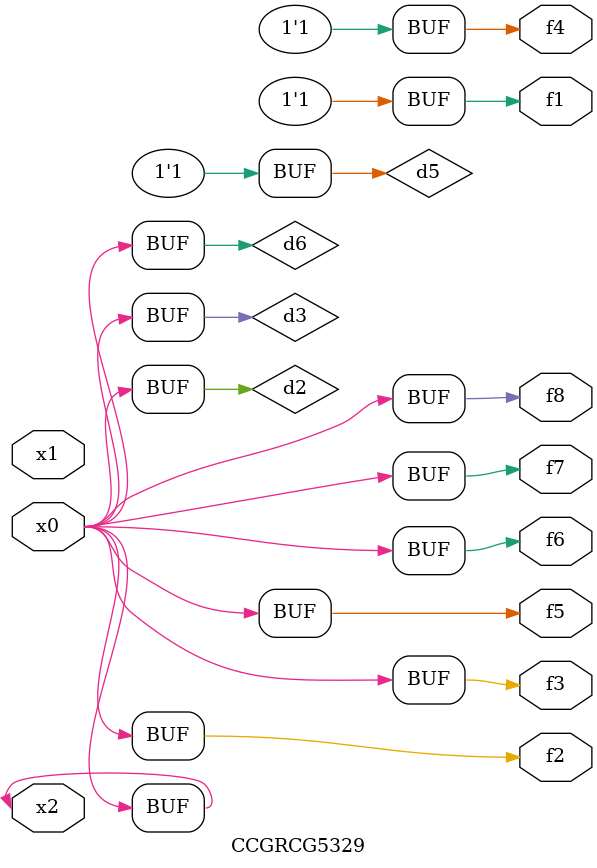
<source format=v>
module CCGRCG5329(
	input x0, x1, x2,
	output f1, f2, f3, f4, f5, f6, f7, f8
);

	wire d1, d2, d3, d4, d5, d6;

	xnor (d1, x2);
	buf (d2, x0, x2);
	and (d3, x0);
	xnor (d4, x1, x2);
	nand (d5, d1, d3);
	buf (d6, d2, d3);
	assign f1 = d5;
	assign f2 = d6;
	assign f3 = d6;
	assign f4 = d5;
	assign f5 = d6;
	assign f6 = d6;
	assign f7 = d6;
	assign f8 = d6;
endmodule

</source>
